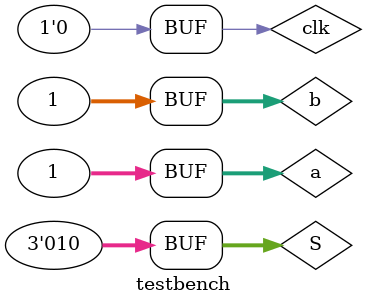
<source format=sv>
module testbench();

      reg [31:0] d;
      reg Cout;
      reg V;
      reg [31:0] a;
      reg [31:0] b;
      reg Cin;
      reg [2:0] S;
      reg clk;

      alu32 dut (d, Cout, V, a, b, Cin, S);

      always @ ( * ) begin
            clk = 1; #10; clk = 0; #10;
      end
/*
      ######################################
      #             Commands               #
      ######################################
      ######################################
      #     S    |      ALU Function       #
      ######################################
      #    000   |      A XOR B            #
      #    001   |      A XNOR B           #
      #    010   |      A + B              #
      #    011   |      A - B              #
      #    100   |      A OR B             #
      #    101   |      A NOR B            #
      #    110   |      A AND B            #
      #    111   |      X                  #
      ######################################
*/

      initial begin
            #0 a = 32'h00000001;
            #0 b = 32'h00000001;
            #0 S = 3'b010;          // For Addition
      end


endmodule

</source>
